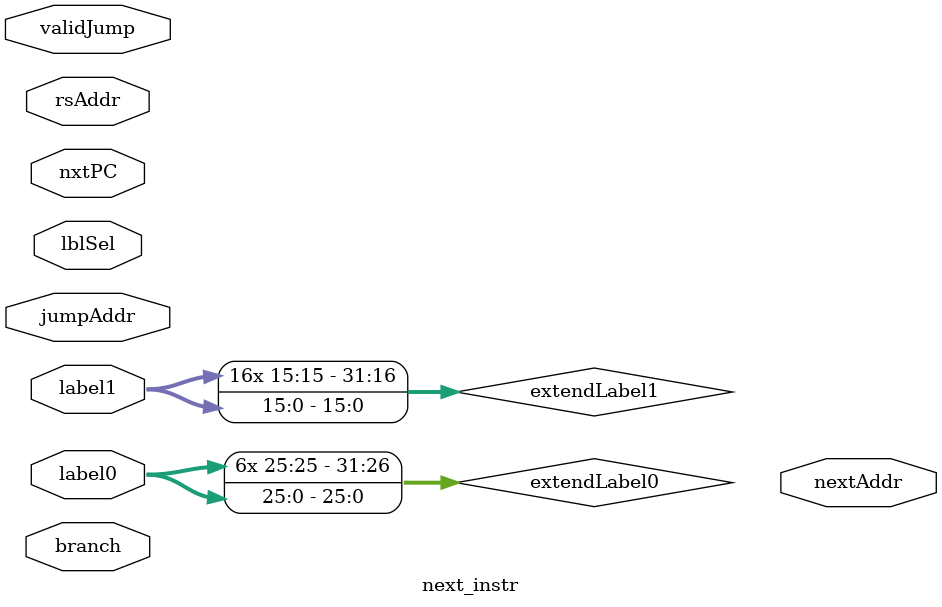
<source format=v>
`timescale 1ns / 1ps

module next_instr (
    input [31:0] nxtPC,
    input [25:0] label0,
    input [15:0] label1,
    input [31:0] rsAddr,
    input lblSel,
    input jumpAddr,
    input branch,
    input validJump,
    output [31:0] nextAddr
	 );

    // Stores the 26-bit and 16-bit sign-extended labels
    wire [31:0] extendLabel0, extendLabel1;
    // Stores output of M1 and M2 respectively.
    wire [31:0] M1out, M2out;
    // Stores output of AND1
    wire isJump;

    assign extendLabel0 = {{6{label0[25]}}, label0};
    assign extendLabel1 = {{16{label1[15]}}, label1};

    and AND1 (isJump, branch, validJump);

    mux_32b_2_1 M1 (.a0(extendLabel0), .a1(extendLabel1), .sel(lblSel), .out(M1out));
    mux_32b_2_1 M2 (.a0(M1out), .a1(rsAddr), .sel(jumpAddr), .out(M2out));
    mux_32b_2_1 M3 (.a0(nextPC), .a1(M2out), .sel(isJump), .out(nxtAddr));
    
endmodule

</source>
